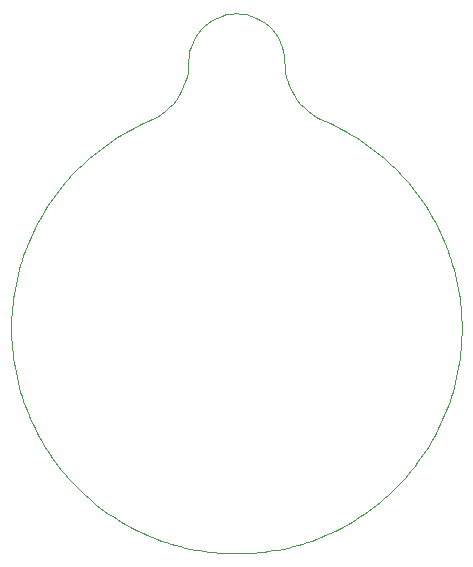
<source format=gm1>
%MOIN*%
%OFA0B0*%
%FSLAX44Y44*%
%IPPOS*%
%LPD*%
%ADD10C,0*%
D10*
X00007423Y00000000D02*
X00007423Y00000000D01*
X00007588Y00000000D01*
X00007753Y00000003D01*
X00007918Y00000010D01*
X00008082Y00000021D01*
X00008247Y00000036D01*
X00008411Y00000054D01*
X00008574Y00000076D01*
X00008737Y00000101D01*
X00008900Y00000130D01*
X00009061Y00000162D01*
X00009223Y00000198D01*
X00009383Y00000238D01*
X00009542Y00000281D01*
X00009700Y00000327D01*
X00009858Y00000377D01*
X00010014Y00000431D01*
X00010169Y00000487D01*
X00010322Y00000548D01*
X00010474Y00000611D01*
X00010625Y00000678D01*
X00010775Y00000748D01*
X00010922Y00000822D01*
X00011068Y00000899D01*
X00011213Y00000979D01*
X00011355Y00001062D01*
X00011496Y00001148D01*
X00011635Y00001237D01*
X00011772Y00001329D01*
X00011906Y00001425D01*
X00012039Y00001523D01*
X00012169Y00001624D01*
X00012297Y00001728D01*
X00012423Y00001835D01*
X00012547Y00001944D01*
X00012668Y00002056D01*
X00012786Y00002171D01*
X00012902Y00002289D01*
X00013016Y00002409D01*
X00013126Y00002531D01*
X00013234Y00002656D01*
X00013340Y00002783D01*
X00013442Y00002912D01*
X00013541Y00003044D01*
X00013638Y00003178D01*
X00013732Y00003313D01*
X00013822Y00003451D01*
X00013910Y00003591D01*
X00013994Y00003733D01*
X00014076Y00003876D01*
X00014154Y00004022D01*
X00014229Y00004169D01*
X00014301Y00004317D01*
X00014369Y00004468D01*
X00014434Y00004619D01*
X00014496Y00004772D01*
X00014554Y00004926D01*
X00014609Y00005082D01*
X00014661Y00005239D01*
X00014709Y00005397D01*
X00014753Y00005556D01*
X00014795Y00005715D01*
X00014832Y00005876D01*
X00014866Y00006037D01*
X00014897Y00006200D01*
X00014924Y00006362D01*
X00014947Y00006526D01*
X00014967Y00006690D01*
X00014983Y00006854D01*
X00014995Y00007018D01*
X00015004Y00007183D01*
X00015009Y00007348D01*
X00015011Y00007513D01*
X00015009Y00007678D01*
X00015003Y00007843D01*
X00014994Y00008008D01*
X00014981Y00008172D01*
X00014965Y00008336D01*
X00014945Y00008500D01*
X00014921Y00008663D01*
X00014894Y00008826D01*
X00014863Y00008988D01*
X00014829Y00009150D01*
X00014791Y00009310D01*
X00014749Y00009470D01*
X00014704Y00009629D01*
X00014656Y00009787D01*
X00014604Y00009943D01*
X00014549Y00010099D01*
X00014490Y00010253D01*
X00014428Y00010406D01*
X00014362Y00010557D01*
X00014294Y00010707D01*
X00014222Y00010856D01*
X00014146Y00011002D01*
X00014068Y00011148D01*
X00013986Y00011291D01*
X00013901Y00011433D01*
X00013813Y00011572D01*
X00013722Y00011710D01*
X00013629Y00011846D01*
X00013532Y00011979D01*
X00013432Y00012110D01*
X00013329Y00012240D01*
X00013224Y00012367D01*
X00013115Y00012491D01*
X00013004Y00012613D01*
X00012891Y00012733D01*
X00012775Y00012850D01*
X00012656Y00012965D01*
X00012535Y00013076D01*
X00012411Y00013186D01*
X00012285Y00013292D01*
X00012156Y00013396D01*
X00012026Y00013497D01*
X00011893Y00013595D01*
X00011758Y00013689D01*
X00011621Y00013781D01*
X00011482Y00013870D01*
X00011341Y00013956D01*
X00011198Y00014039D01*
X00011054Y00014119D01*
X00010908Y00014195D01*
X00010760Y00014268D01*
X00010610Y00014338D01*
X00010459Y00014405D01*
X00010459Y00014405D01*
X00010303Y00014474D01*
X00010153Y00014556D01*
X00010010Y00014650D01*
X00009875Y00014754D01*
X00009749Y00014869D01*
X00009632Y00014994D01*
X00009525Y00015127D01*
X00009429Y00015269D01*
X00009345Y00015418D01*
X00009273Y00015572D01*
X00009213Y00015732D01*
X00009166Y00015897D01*
X00009132Y00016064D01*
X00009112Y00016234D01*
X00009105Y00016405D01*
X00009096Y00016572D01*
X00009070Y00016737D01*
X00009027Y00016899D01*
X00008967Y00017056D01*
X00008891Y00017205D01*
X00008800Y00017345D01*
X00008694Y00017475D01*
X00008576Y00017594D01*
X00008446Y00017699D01*
X00008305Y00017790D01*
X00008156Y00017866D01*
X00008000Y00017927D01*
X00007838Y00017970D01*
X00007673Y00017996D01*
X00007505Y00018005D01*
X00007338Y00017996D01*
X00007173Y00017970D01*
X00007011Y00017927D01*
X00006854Y00017866D01*
X00006705Y00017790D01*
X00006565Y00017699D01*
X00006435Y00017594D01*
X00006316Y00017475D01*
X00006211Y00017345D01*
X00006120Y00017205D01*
X00006044Y00017056D01*
X00005984Y00016899D01*
X00005940Y00016737D01*
X00005914Y00016572D01*
X00005905Y00016405D01*
X00005898Y00016234D01*
X00005878Y00016064D01*
X00005845Y00015897D01*
X00005798Y00015733D01*
X00005738Y00015572D01*
X00005666Y00015418D01*
X00005581Y00015269D01*
X00005486Y00015127D01*
X00005379Y00014994D01*
X00005262Y00014869D01*
X00005135Y00014754D01*
X00005000Y00014650D01*
X00004857Y00014556D01*
X00004707Y00014475D01*
X00004551Y00014405D01*
X00004400Y00014338D01*
X00004251Y00014268D01*
X00004103Y00014195D01*
X00003957Y00014119D01*
X00003812Y00014039D01*
X00003669Y00013956D01*
X00003528Y00013870D01*
X00003389Y00013781D01*
X00003252Y00013689D01*
X00003118Y00013595D01*
X00002985Y00013497D01*
X00002854Y00013396D01*
X00002726Y00013292D01*
X00002600Y00013186D01*
X00002476Y00013076D01*
X00002355Y00012965D01*
X00002236Y00012850D01*
X00002120Y00012733D01*
X00002006Y00012613D01*
X00001895Y00012491D01*
X00001787Y00012367D01*
X00001681Y00012240D01*
X00001579Y00012111D01*
X00001479Y00011979D01*
X00001382Y00011846D01*
X00001288Y00011710D01*
X00001197Y00011572D01*
X00001109Y00011433D01*
X00001024Y00011291D01*
X00000943Y00011148D01*
X00000864Y00011002D01*
X00000789Y00010856D01*
X00000717Y00010707D01*
X00000648Y00010557D01*
X00000583Y00010406D01*
X00000521Y00010253D01*
X00000462Y00010099D01*
X00000407Y00009943D01*
X00000355Y00009787D01*
X00000306Y00009629D01*
X00000261Y00009470D01*
X00000220Y00009310D01*
X00000182Y00009150D01*
X00000148Y00008988D01*
X00000117Y00008826D01*
X00000089Y00008663D01*
X00000066Y00008500D01*
X00000046Y00008336D01*
X00000029Y00008172D01*
X00000016Y00008008D01*
X00000007Y00007843D01*
X00000001Y00007678D01*
X00000000Y00007513D01*
X00000001Y00007348D01*
X00000006Y00007183D01*
X00000015Y00007018D01*
X00000028Y00006854D01*
X00000044Y00006690D01*
X00000064Y00006526D01*
X00000087Y00006362D01*
X00000114Y00006200D01*
X00000144Y00006037D01*
X00000178Y00005876D01*
X00000216Y00005715D01*
X00000257Y00005556D01*
X00000302Y00005397D01*
X00000350Y00005239D01*
X00000401Y00005082D01*
X00000456Y00004927D01*
X00000515Y00004772D01*
X00000576Y00004619D01*
X00000641Y00004468D01*
X00000710Y00004317D01*
X00000782Y00004169D01*
X00000857Y00004022D01*
X00000935Y00003876D01*
X00001016Y00003733D01*
X00001101Y00003591D01*
X00001188Y00003451D01*
X00001279Y00003313D01*
X00001372Y00003178D01*
X00001469Y00003044D01*
X00001569Y00002912D01*
X00001671Y00002783D01*
X00001776Y00002656D01*
X00001884Y00002531D01*
X00001995Y00002409D01*
X00002108Y00002289D01*
X00002224Y00002171D01*
X00002343Y00002056D01*
X00002464Y00001944D01*
X00002587Y00001835D01*
X00002713Y00001728D01*
X00002841Y00001624D01*
X00002972Y00001523D01*
X00003104Y00001425D01*
X00003239Y00001329D01*
X00003376Y00001237D01*
X00003514Y00001148D01*
X00003655Y00001062D01*
X00003798Y00000979D01*
X00003942Y00000899D01*
X00004088Y00000822D01*
X00004236Y00000749D01*
X00004385Y00000678D01*
X00004536Y00000611D01*
X00004688Y00000548D01*
X00004842Y00000487D01*
X00004997Y00000431D01*
X00005153Y00000377D01*
X00005310Y00000327D01*
X00005468Y00000281D01*
X00005628Y00000238D01*
X00005788Y00000198D01*
X00005949Y00000162D01*
X00006111Y00000130D01*
X00006273Y00000101D01*
X00006436Y00000076D01*
X00006600Y00000054D01*
X00006764Y00000036D01*
X00006928Y00000021D01*
X00007093Y00000010D01*
X00007258Y00000003D01*
X00007423Y00000000D01*
M02*
</source>
